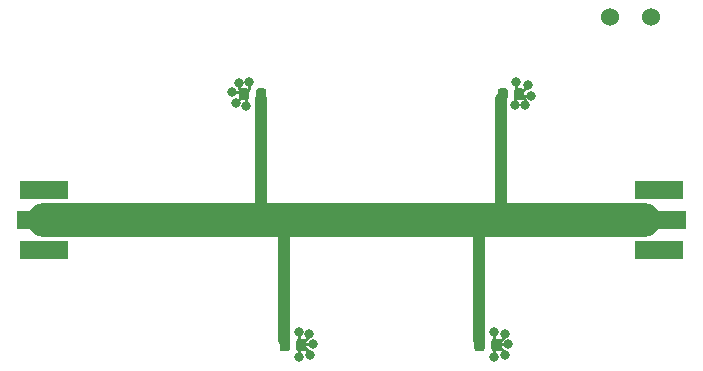
<source format=gbr>
G04 #@! TF.GenerationSoftware,KiCad,Pcbnew,5.1.2-f72e74a~84~ubuntu18.04.1*
G04 #@! TF.CreationDate,2019-07-11T09:37:04+02:00*
G04 #@! TF.ProjectId,kicad_filtre,6b696361-645f-4666-996c-7472652e6b69,rev?*
G04 #@! TF.SameCoordinates,Original*
G04 #@! TF.FileFunction,Copper,L1,Top*
G04 #@! TF.FilePolarity,Positive*
%FSLAX46Y46*%
G04 Gerber Fmt 4.6, Leading zero omitted, Abs format (unit mm)*
G04 Created by KiCad (PCBNEW 5.1.2-f72e74a~84~ubuntu18.04.1) date 2019-07-11 09:37:04*
%MOMM*%
%LPD*%
G04 APERTURE LIST*
%ADD10C,1.524000*%
%ADD11C,0.100000*%
%ADD12C,0.850000*%
%ADD13R,4.060000X1.520000*%
%ADD14R,4.600000X1.520000*%
%ADD15C,0.800000*%
%ADD16C,0.250000*%
%ADD17C,1.000000*%
%ADD18C,2.900000*%
G04 APERTURE END LIST*
D10*
X159385000Y-107315000D03*
X155885000Y-107315000D03*
D11*
G36*
X147033329Y-113326023D02*
G01*
X147053957Y-113329083D01*
X147074185Y-113334150D01*
X147093820Y-113341176D01*
X147112672Y-113350092D01*
X147130559Y-113360813D01*
X147147309Y-113373235D01*
X147162760Y-113387240D01*
X147176765Y-113402691D01*
X147189187Y-113419441D01*
X147199908Y-113437328D01*
X147208824Y-113456180D01*
X147215850Y-113475815D01*
X147220917Y-113496043D01*
X147223977Y-113516671D01*
X147225000Y-113537500D01*
X147225000Y-114062500D01*
X147223977Y-114083329D01*
X147220917Y-114103957D01*
X147215850Y-114124185D01*
X147208824Y-114143820D01*
X147199908Y-114162672D01*
X147189187Y-114180559D01*
X147176765Y-114197309D01*
X147162760Y-114212760D01*
X147147309Y-114226765D01*
X147130559Y-114239187D01*
X147112672Y-114249908D01*
X147093820Y-114258824D01*
X147074185Y-114265850D01*
X147053957Y-114270917D01*
X147033329Y-114273977D01*
X147012500Y-114275000D01*
X146587500Y-114275000D01*
X146566671Y-114273977D01*
X146546043Y-114270917D01*
X146525815Y-114265850D01*
X146506180Y-114258824D01*
X146487328Y-114249908D01*
X146469441Y-114239187D01*
X146452691Y-114226765D01*
X146437240Y-114212760D01*
X146423235Y-114197309D01*
X146410813Y-114180559D01*
X146400092Y-114162672D01*
X146391176Y-114143820D01*
X146384150Y-114124185D01*
X146379083Y-114103957D01*
X146376023Y-114083329D01*
X146375000Y-114062500D01*
X146375000Y-113537500D01*
X146376023Y-113516671D01*
X146379083Y-113496043D01*
X146384150Y-113475815D01*
X146391176Y-113456180D01*
X146400092Y-113437328D01*
X146410813Y-113419441D01*
X146423235Y-113402691D01*
X146437240Y-113387240D01*
X146452691Y-113373235D01*
X146469441Y-113360813D01*
X146487328Y-113350092D01*
X146506180Y-113341176D01*
X146525815Y-113334150D01*
X146546043Y-113329083D01*
X146566671Y-113326023D01*
X146587500Y-113325000D01*
X147012500Y-113325000D01*
X147033329Y-113326023D01*
X147033329Y-113326023D01*
G37*
D12*
X146800000Y-113800000D03*
D11*
G36*
X148433329Y-113326023D02*
G01*
X148453957Y-113329083D01*
X148474185Y-113334150D01*
X148493820Y-113341176D01*
X148512672Y-113350092D01*
X148530559Y-113360813D01*
X148547309Y-113373235D01*
X148562760Y-113387240D01*
X148576765Y-113402691D01*
X148589187Y-113419441D01*
X148599908Y-113437328D01*
X148608824Y-113456180D01*
X148615850Y-113475815D01*
X148620917Y-113496043D01*
X148623977Y-113516671D01*
X148625000Y-113537500D01*
X148625000Y-114062500D01*
X148623977Y-114083329D01*
X148620917Y-114103957D01*
X148615850Y-114124185D01*
X148608824Y-114143820D01*
X148599908Y-114162672D01*
X148589187Y-114180559D01*
X148576765Y-114197309D01*
X148562760Y-114212760D01*
X148547309Y-114226765D01*
X148530559Y-114239187D01*
X148512672Y-114249908D01*
X148493820Y-114258824D01*
X148474185Y-114265850D01*
X148453957Y-114270917D01*
X148433329Y-114273977D01*
X148412500Y-114275000D01*
X147987500Y-114275000D01*
X147966671Y-114273977D01*
X147946043Y-114270917D01*
X147925815Y-114265850D01*
X147906180Y-114258824D01*
X147887328Y-114249908D01*
X147869441Y-114239187D01*
X147852691Y-114226765D01*
X147837240Y-114212760D01*
X147823235Y-114197309D01*
X147810813Y-114180559D01*
X147800092Y-114162672D01*
X147791176Y-114143820D01*
X147784150Y-114124185D01*
X147779083Y-114103957D01*
X147776023Y-114083329D01*
X147775000Y-114062500D01*
X147775000Y-113537500D01*
X147776023Y-113516671D01*
X147779083Y-113496043D01*
X147784150Y-113475815D01*
X147791176Y-113456180D01*
X147800092Y-113437328D01*
X147810813Y-113419441D01*
X147823235Y-113402691D01*
X147837240Y-113387240D01*
X147852691Y-113373235D01*
X147869441Y-113360813D01*
X147887328Y-113350092D01*
X147906180Y-113341176D01*
X147925815Y-113334150D01*
X147946043Y-113329083D01*
X147966671Y-113326023D01*
X147987500Y-113325000D01*
X148412500Y-113325000D01*
X148433329Y-113326023D01*
X148433329Y-113326023D01*
G37*
D12*
X148200000Y-113800000D03*
D11*
G36*
X126598329Y-113326023D02*
G01*
X126618957Y-113329083D01*
X126639185Y-113334150D01*
X126658820Y-113341176D01*
X126677672Y-113350092D01*
X126695559Y-113360813D01*
X126712309Y-113373235D01*
X126727760Y-113387240D01*
X126741765Y-113402691D01*
X126754187Y-113419441D01*
X126764908Y-113437328D01*
X126773824Y-113456180D01*
X126780850Y-113475815D01*
X126785917Y-113496043D01*
X126788977Y-113516671D01*
X126790000Y-113537500D01*
X126790000Y-114062500D01*
X126788977Y-114083329D01*
X126785917Y-114103957D01*
X126780850Y-114124185D01*
X126773824Y-114143820D01*
X126764908Y-114162672D01*
X126754187Y-114180559D01*
X126741765Y-114197309D01*
X126727760Y-114212760D01*
X126712309Y-114226765D01*
X126695559Y-114239187D01*
X126677672Y-114249908D01*
X126658820Y-114258824D01*
X126639185Y-114265850D01*
X126618957Y-114270917D01*
X126598329Y-114273977D01*
X126577500Y-114275000D01*
X126152500Y-114275000D01*
X126131671Y-114273977D01*
X126111043Y-114270917D01*
X126090815Y-114265850D01*
X126071180Y-114258824D01*
X126052328Y-114249908D01*
X126034441Y-114239187D01*
X126017691Y-114226765D01*
X126002240Y-114212760D01*
X125988235Y-114197309D01*
X125975813Y-114180559D01*
X125965092Y-114162672D01*
X125956176Y-114143820D01*
X125949150Y-114124185D01*
X125944083Y-114103957D01*
X125941023Y-114083329D01*
X125940000Y-114062500D01*
X125940000Y-113537500D01*
X125941023Y-113516671D01*
X125944083Y-113496043D01*
X125949150Y-113475815D01*
X125956176Y-113456180D01*
X125965092Y-113437328D01*
X125975813Y-113419441D01*
X125988235Y-113402691D01*
X126002240Y-113387240D01*
X126017691Y-113373235D01*
X126034441Y-113360813D01*
X126052328Y-113350092D01*
X126071180Y-113341176D01*
X126090815Y-113334150D01*
X126111043Y-113329083D01*
X126131671Y-113326023D01*
X126152500Y-113325000D01*
X126577500Y-113325000D01*
X126598329Y-113326023D01*
X126598329Y-113326023D01*
G37*
D12*
X126365000Y-113800000D03*
D11*
G36*
X125133329Y-113326023D02*
G01*
X125153957Y-113329083D01*
X125174185Y-113334150D01*
X125193820Y-113341176D01*
X125212672Y-113350092D01*
X125230559Y-113360813D01*
X125247309Y-113373235D01*
X125262760Y-113387240D01*
X125276765Y-113402691D01*
X125289187Y-113419441D01*
X125299908Y-113437328D01*
X125308824Y-113456180D01*
X125315850Y-113475815D01*
X125320917Y-113496043D01*
X125323977Y-113516671D01*
X125325000Y-113537500D01*
X125325000Y-114062500D01*
X125323977Y-114083329D01*
X125320917Y-114103957D01*
X125315850Y-114124185D01*
X125308824Y-114143820D01*
X125299908Y-114162672D01*
X125289187Y-114180559D01*
X125276765Y-114197309D01*
X125262760Y-114212760D01*
X125247309Y-114226765D01*
X125230559Y-114239187D01*
X125212672Y-114249908D01*
X125193820Y-114258824D01*
X125174185Y-114265850D01*
X125153957Y-114270917D01*
X125133329Y-114273977D01*
X125112500Y-114275000D01*
X124687500Y-114275000D01*
X124666671Y-114273977D01*
X124646043Y-114270917D01*
X124625815Y-114265850D01*
X124606180Y-114258824D01*
X124587328Y-114249908D01*
X124569441Y-114239187D01*
X124552691Y-114226765D01*
X124537240Y-114212760D01*
X124523235Y-114197309D01*
X124510813Y-114180559D01*
X124500092Y-114162672D01*
X124491176Y-114143820D01*
X124484150Y-114124185D01*
X124479083Y-114103957D01*
X124476023Y-114083329D01*
X124475000Y-114062500D01*
X124475000Y-113537500D01*
X124476023Y-113516671D01*
X124479083Y-113496043D01*
X124484150Y-113475815D01*
X124491176Y-113456180D01*
X124500092Y-113437328D01*
X124510813Y-113419441D01*
X124523235Y-113402691D01*
X124537240Y-113387240D01*
X124552691Y-113373235D01*
X124569441Y-113360813D01*
X124587328Y-113350092D01*
X124606180Y-113341176D01*
X124625815Y-113334150D01*
X124646043Y-113329083D01*
X124666671Y-113326023D01*
X124687500Y-113325000D01*
X125112500Y-113325000D01*
X125133329Y-113326023D01*
X125133329Y-113326023D01*
G37*
D12*
X124900000Y-113800000D03*
D11*
G36*
X146512529Y-134525974D02*
G01*
X146532167Y-134528887D01*
X146551425Y-134533711D01*
X146570117Y-134540399D01*
X146588064Y-134548887D01*
X146605092Y-134559094D01*
X146621038Y-134570920D01*
X146635748Y-134584252D01*
X146649080Y-134598962D01*
X146660906Y-134614908D01*
X146671113Y-134631936D01*
X146679601Y-134649883D01*
X146686289Y-134668575D01*
X146691113Y-134687833D01*
X146694026Y-134707471D01*
X146695000Y-134727300D01*
X146695000Y-135372700D01*
X146694026Y-135392529D01*
X146691113Y-135412167D01*
X146686289Y-135431425D01*
X146679601Y-135450117D01*
X146671113Y-135468064D01*
X146660906Y-135485092D01*
X146649080Y-135501038D01*
X146635748Y-135515748D01*
X146621038Y-135529080D01*
X146605092Y-135540906D01*
X146588064Y-135551113D01*
X146570117Y-135559601D01*
X146551425Y-135566289D01*
X146532167Y-135571113D01*
X146512529Y-135574026D01*
X146492700Y-135575000D01*
X146047300Y-135575000D01*
X146027471Y-135574026D01*
X146007833Y-135571113D01*
X145988575Y-135566289D01*
X145969883Y-135559601D01*
X145951936Y-135551113D01*
X145934908Y-135540906D01*
X145918962Y-135529080D01*
X145904252Y-135515748D01*
X145890920Y-135501038D01*
X145879094Y-135485092D01*
X145868887Y-135468064D01*
X145860399Y-135450117D01*
X145853711Y-135431425D01*
X145848887Y-135412167D01*
X145845974Y-135392529D01*
X145845000Y-135372700D01*
X145845000Y-134727300D01*
X145845974Y-134707471D01*
X145848887Y-134687833D01*
X145853711Y-134668575D01*
X145860399Y-134649883D01*
X145868887Y-134631936D01*
X145879094Y-134614908D01*
X145890920Y-134598962D01*
X145904252Y-134584252D01*
X145918962Y-134570920D01*
X145934908Y-134559094D01*
X145951936Y-134548887D01*
X145969883Y-134540399D01*
X145988575Y-134533711D01*
X146007833Y-134528887D01*
X146027471Y-134525974D01*
X146047300Y-134525000D01*
X146492700Y-134525000D01*
X146512529Y-134525974D01*
X146512529Y-134525974D01*
G37*
D12*
X146270000Y-135050000D03*
D11*
G36*
X145072529Y-134525974D02*
G01*
X145092167Y-134528887D01*
X145111425Y-134533711D01*
X145130117Y-134540399D01*
X145148064Y-134548887D01*
X145165092Y-134559094D01*
X145181038Y-134570920D01*
X145195748Y-134584252D01*
X145209080Y-134598962D01*
X145220906Y-134614908D01*
X145231113Y-134631936D01*
X145239601Y-134649883D01*
X145246289Y-134668575D01*
X145251113Y-134687833D01*
X145254026Y-134707471D01*
X145255000Y-134727300D01*
X145255000Y-135372700D01*
X145254026Y-135392529D01*
X145251113Y-135412167D01*
X145246289Y-135431425D01*
X145239601Y-135450117D01*
X145231113Y-135468064D01*
X145220906Y-135485092D01*
X145209080Y-135501038D01*
X145195748Y-135515748D01*
X145181038Y-135529080D01*
X145165092Y-135540906D01*
X145148064Y-135551113D01*
X145130117Y-135559601D01*
X145111425Y-135566289D01*
X145092167Y-135571113D01*
X145072529Y-135574026D01*
X145052700Y-135575000D01*
X144607300Y-135575000D01*
X144587471Y-135574026D01*
X144567833Y-135571113D01*
X144548575Y-135566289D01*
X144529883Y-135559601D01*
X144511936Y-135551113D01*
X144494908Y-135540906D01*
X144478962Y-135529080D01*
X144464252Y-135515748D01*
X144450920Y-135501038D01*
X144439094Y-135485092D01*
X144428887Y-135468064D01*
X144420399Y-135450117D01*
X144413711Y-135431425D01*
X144408887Y-135412167D01*
X144405974Y-135392529D01*
X144405000Y-135372700D01*
X144405000Y-134727300D01*
X144405974Y-134707471D01*
X144408887Y-134687833D01*
X144413711Y-134668575D01*
X144420399Y-134649883D01*
X144428887Y-134631936D01*
X144439094Y-134614908D01*
X144450920Y-134598962D01*
X144464252Y-134584252D01*
X144478962Y-134570920D01*
X144494908Y-134559094D01*
X144511936Y-134548887D01*
X144529883Y-134540399D01*
X144548575Y-134533711D01*
X144567833Y-134528887D01*
X144587471Y-134525974D01*
X144607300Y-134525000D01*
X145052700Y-134525000D01*
X145072529Y-134525974D01*
X145072529Y-134525974D01*
G37*
D12*
X144830000Y-135050000D03*
D11*
G36*
X129992529Y-134525974D02*
G01*
X130012167Y-134528887D01*
X130031425Y-134533711D01*
X130050117Y-134540399D01*
X130068064Y-134548887D01*
X130085092Y-134559094D01*
X130101038Y-134570920D01*
X130115748Y-134584252D01*
X130129080Y-134598962D01*
X130140906Y-134614908D01*
X130151113Y-134631936D01*
X130159601Y-134649883D01*
X130166289Y-134668575D01*
X130171113Y-134687833D01*
X130174026Y-134707471D01*
X130175000Y-134727300D01*
X130175000Y-135372700D01*
X130174026Y-135392529D01*
X130171113Y-135412167D01*
X130166289Y-135431425D01*
X130159601Y-135450117D01*
X130151113Y-135468064D01*
X130140906Y-135485092D01*
X130129080Y-135501038D01*
X130115748Y-135515748D01*
X130101038Y-135529080D01*
X130085092Y-135540906D01*
X130068064Y-135551113D01*
X130050117Y-135559601D01*
X130031425Y-135566289D01*
X130012167Y-135571113D01*
X129992529Y-135574026D01*
X129972700Y-135575000D01*
X129527300Y-135575000D01*
X129507471Y-135574026D01*
X129487833Y-135571113D01*
X129468575Y-135566289D01*
X129449883Y-135559601D01*
X129431936Y-135551113D01*
X129414908Y-135540906D01*
X129398962Y-135529080D01*
X129384252Y-135515748D01*
X129370920Y-135501038D01*
X129359094Y-135485092D01*
X129348887Y-135468064D01*
X129340399Y-135450117D01*
X129333711Y-135431425D01*
X129328887Y-135412167D01*
X129325974Y-135392529D01*
X129325000Y-135372700D01*
X129325000Y-134727300D01*
X129325974Y-134707471D01*
X129328887Y-134687833D01*
X129333711Y-134668575D01*
X129340399Y-134649883D01*
X129348887Y-134631936D01*
X129359094Y-134614908D01*
X129370920Y-134598962D01*
X129384252Y-134584252D01*
X129398962Y-134570920D01*
X129414908Y-134559094D01*
X129431936Y-134548887D01*
X129449883Y-134540399D01*
X129468575Y-134533711D01*
X129487833Y-134528887D01*
X129507471Y-134525974D01*
X129527300Y-134525000D01*
X129972700Y-134525000D01*
X129992529Y-134525974D01*
X129992529Y-134525974D01*
G37*
D12*
X129750000Y-135050000D03*
D11*
G36*
X128572529Y-134525974D02*
G01*
X128592167Y-134528887D01*
X128611425Y-134533711D01*
X128630117Y-134540399D01*
X128648064Y-134548887D01*
X128665092Y-134559094D01*
X128681038Y-134570920D01*
X128695748Y-134584252D01*
X128709080Y-134598962D01*
X128720906Y-134614908D01*
X128731113Y-134631936D01*
X128739601Y-134649883D01*
X128746289Y-134668575D01*
X128751113Y-134687833D01*
X128754026Y-134707471D01*
X128755000Y-134727300D01*
X128755000Y-135372700D01*
X128754026Y-135392529D01*
X128751113Y-135412167D01*
X128746289Y-135431425D01*
X128739601Y-135450117D01*
X128731113Y-135468064D01*
X128720906Y-135485092D01*
X128709080Y-135501038D01*
X128695748Y-135515748D01*
X128681038Y-135529080D01*
X128665092Y-135540906D01*
X128648064Y-135551113D01*
X128630117Y-135559601D01*
X128611425Y-135566289D01*
X128592167Y-135571113D01*
X128572529Y-135574026D01*
X128552700Y-135575000D01*
X128107300Y-135575000D01*
X128087471Y-135574026D01*
X128067833Y-135571113D01*
X128048575Y-135566289D01*
X128029883Y-135559601D01*
X128011936Y-135551113D01*
X127994908Y-135540906D01*
X127978962Y-135529080D01*
X127964252Y-135515748D01*
X127950920Y-135501038D01*
X127939094Y-135485092D01*
X127928887Y-135468064D01*
X127920399Y-135450117D01*
X127913711Y-135431425D01*
X127908887Y-135412167D01*
X127905974Y-135392529D01*
X127905000Y-135372700D01*
X127905000Y-134727300D01*
X127905974Y-134707471D01*
X127908887Y-134687833D01*
X127913711Y-134668575D01*
X127920399Y-134649883D01*
X127928887Y-134631936D01*
X127939094Y-134614908D01*
X127950920Y-134598962D01*
X127964252Y-134584252D01*
X127978962Y-134570920D01*
X127994908Y-134559094D01*
X128011936Y-134548887D01*
X128029883Y-134540399D01*
X128048575Y-134533711D01*
X128067833Y-134528887D01*
X128087471Y-134525974D01*
X128107300Y-134525000D01*
X128552700Y-134525000D01*
X128572529Y-134525974D01*
X128572529Y-134525974D01*
G37*
D12*
X128330000Y-135050000D03*
D13*
X160020000Y-127000000D03*
X160020000Y-121920000D03*
D14*
X160020000Y-124460000D03*
D13*
X107950000Y-121920000D03*
X107950000Y-127000000D03*
D14*
X107950000Y-124460000D03*
D15*
X146270000Y-135000000D03*
X129750000Y-135000000D03*
X148200000Y-113800000D03*
X160020000Y-127000000D03*
X161290000Y-127000000D03*
X161290000Y-121920000D03*
X160020000Y-121920000D03*
X107950000Y-127000000D03*
X106680000Y-127000000D03*
X107950000Y-121920000D03*
X106680000Y-121920000D03*
X109220000Y-121920000D03*
X109220000Y-127000000D03*
X158750000Y-127000000D03*
X158750000Y-121920000D03*
X124900000Y-113800000D03*
X125095000Y-114800000D03*
X124180000Y-114600000D03*
X123900000Y-113665000D03*
X124460000Y-112850000D03*
X125300000Y-112800000D03*
X147955000Y-112800000D03*
X148900000Y-113030000D03*
X149150000Y-114000000D03*
X148650000Y-114750000D03*
X147800000Y-114750000D03*
X129540000Y-133985000D03*
X130400000Y-134100000D03*
X130740000Y-135000000D03*
X130500000Y-135890000D03*
X129540000Y-136100000D03*
X146050000Y-133985000D03*
X147000000Y-134150000D03*
X147250000Y-135000000D03*
X147000000Y-135900000D03*
X146050000Y-136100000D03*
D16*
X125095000Y-113995000D02*
X124900000Y-113800000D01*
X125095000Y-114800000D02*
X125095000Y-113995000D01*
X124150000Y-114630000D02*
X124150000Y-114550000D01*
X124180000Y-114520000D02*
X124900000Y-113800000D01*
X124180000Y-114600000D02*
X124180000Y-114520000D01*
X124765000Y-113665000D02*
X124900000Y-113800000D01*
X123900000Y-113665000D02*
X124765000Y-113665000D01*
X124460000Y-113360000D02*
X124900000Y-113800000D01*
X124460000Y-112850000D02*
X124460000Y-113360000D01*
X125300000Y-113400000D02*
X124900000Y-113800000D01*
X125300000Y-112800000D02*
X125300000Y-113400000D01*
X147955000Y-113555000D02*
X148200000Y-113800000D01*
X147955000Y-112800000D02*
X147955000Y-113555000D01*
X148900000Y-113100000D02*
X148200000Y-113800000D01*
X148900000Y-113030000D02*
X148900000Y-113100000D01*
X148400000Y-114000000D02*
X148200000Y-113800000D01*
X149150000Y-114000000D02*
X148400000Y-114000000D01*
X148650000Y-114250000D02*
X148200000Y-113800000D01*
X148650000Y-114750000D02*
X148650000Y-114250000D01*
X147800000Y-114200000D02*
X148200000Y-113800000D01*
X147800000Y-114750000D02*
X147800000Y-114200000D01*
X129540000Y-134840000D02*
X129750000Y-135050000D01*
X129540000Y-133985000D02*
X129540000Y-134840000D01*
X130400000Y-134350000D02*
X129750000Y-135000000D01*
X130400000Y-134100000D02*
X130400000Y-134350000D01*
X130740000Y-135000000D02*
X129750000Y-135000000D01*
X130500000Y-135750000D02*
X129750000Y-135000000D01*
X130500000Y-135890000D02*
X130500000Y-135750000D01*
X129540000Y-135210000D02*
X129750000Y-135000000D01*
X129540000Y-136100000D02*
X129540000Y-135210000D01*
X146050000Y-134780000D02*
X146270000Y-135000000D01*
X146050000Y-133985000D02*
X146050000Y-134780000D01*
X147000000Y-134320000D02*
X146270000Y-135050000D01*
X147000000Y-134150000D02*
X147000000Y-134320000D01*
X147250000Y-135000000D02*
X146270000Y-135000000D01*
X146050000Y-135220000D02*
X146270000Y-135000000D01*
X146050000Y-136100000D02*
X146050000Y-135220000D01*
X147000000Y-135730000D02*
X146270000Y-135000000D01*
X147000000Y-135900000D02*
X147000000Y-135730000D01*
D17*
X144780000Y-134620000D02*
X144780000Y-133350000D01*
X144780000Y-133350000D02*
X144780000Y-125680000D01*
X146685000Y-123190000D02*
X146685000Y-114250000D01*
D16*
X158750000Y-124460000D02*
X156210000Y-124460000D01*
D18*
X107950000Y-124460000D02*
X120650000Y-124460000D01*
X120650000Y-124460000D02*
X123190000Y-124460000D01*
D17*
X126365000Y-123190000D02*
X126365000Y-114250000D01*
D18*
X123190000Y-124460000D02*
X158750000Y-124460000D01*
D17*
X128270000Y-134620000D02*
X128270000Y-133350000D01*
X128270000Y-133350000D02*
X128270000Y-125680000D01*
D16*
X126365000Y-114250000D02*
X126315000Y-114300000D01*
X146685000Y-114250000D02*
X146735000Y-114300000D01*
M02*

</source>
